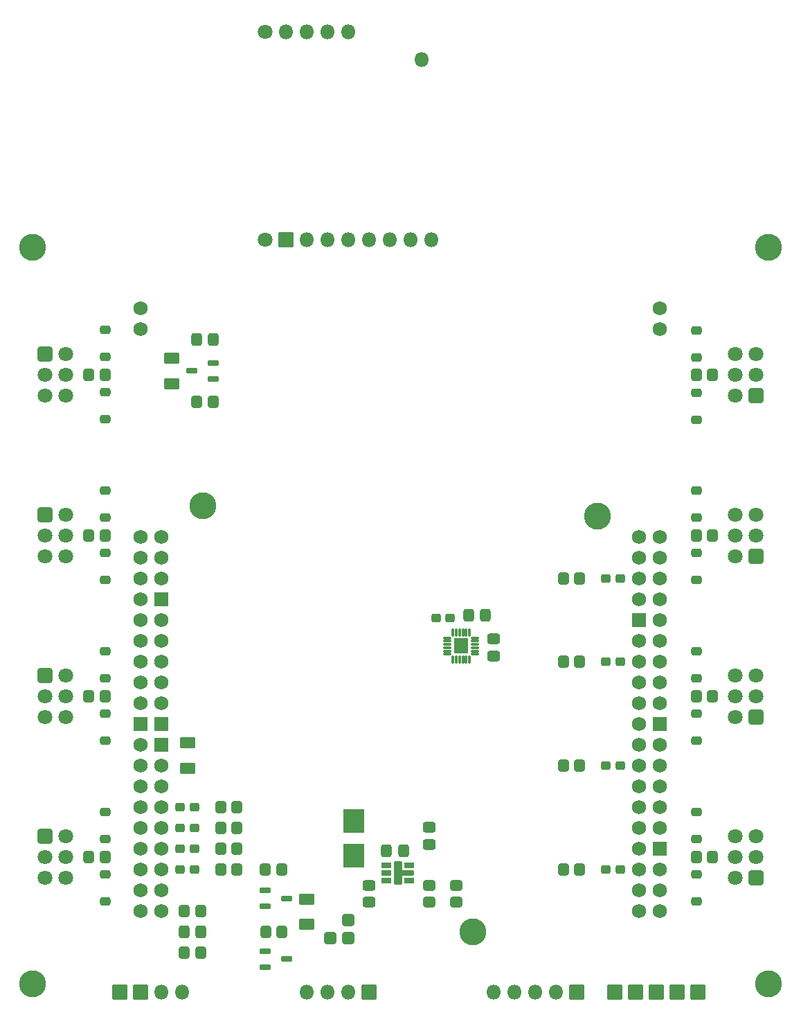
<source format=gbs>
%TF.GenerationSoftware,KiCad,Pcbnew,9.0.3*%
%TF.CreationDate,2025-08-17T09:54:27-06:00*%
%TF.ProjectId,Hub,4875622e-6b69-4636-9164-5f7063625858,A*%
%TF.SameCoordinates,PX2aa5f80PY908ed60*%
%TF.FileFunction,Soldermask,Bot*%
%TF.FilePolarity,Negative*%
%FSLAX46Y46*%
G04 Gerber Fmt 4.6, Leading zero omitted, Abs format (unit mm)*
G04 Created by KiCad (PCBNEW 9.0.3) date 2025-08-17 09:54:27*
%MOMM*%
%LPD*%
G01*
G04 APERTURE LIST*
G04 Aperture macros list*
%AMRoundRect*
0 Rectangle with rounded corners*
0 $1 Rounding radius*
0 $2 $3 $4 $5 $6 $7 $8 $9 X,Y pos of 4 corners*
0 Add a 4 corners polygon primitive as box body*
4,1,4,$2,$3,$4,$5,$6,$7,$8,$9,$2,$3,0*
0 Add four circle primitives for the rounded corners*
1,1,$1+$1,$2,$3*
1,1,$1+$1,$4,$5*
1,1,$1+$1,$6,$7*
1,1,$1+$1,$8,$9*
0 Add four rect primitives between the rounded corners*
20,1,$1+$1,$2,$3,$4,$5,0*
20,1,$1+$1,$4,$5,$6,$7,0*
20,1,$1+$1,$6,$7,$8,$9,0*
20,1,$1+$1,$8,$9,$2,$3,0*%
G04 Aperture macros list end*
%ADD10RoundRect,0.264706X0.635294X0.635294X-0.635294X0.635294X-0.635294X-0.635294X0.635294X-0.635294X0*%
%ADD11C,1.800000*%
%ADD12RoundRect,0.050000X-0.850000X0.850000X-0.850000X-0.850000X0.850000X-0.850000X0.850000X0.850000X0*%
%ADD13O,1.800000X1.800000*%
%ADD14C,3.300000*%
%ADD15RoundRect,0.264706X-0.635294X-0.635294X0.635294X-0.635294X0.635294X0.635294X-0.635294X0.635294X0*%
%ADD16C,1.728000*%
%ADD17RoundRect,0.102000X-0.762000X-0.762000X0.762000X-0.762000X0.762000X0.762000X-0.762000X0.762000X0*%
%ADD18RoundRect,0.050000X0.850000X-0.850000X0.850000X0.850000X-0.850000X0.850000X-0.850000X-0.850000X0*%
%ADD19RoundRect,0.250000X-0.400000X0.250000X-0.400000X-0.250000X0.400000X-0.250000X0.400000X0.250000X0*%
%ADD20RoundRect,0.271277X-0.503723X0.366223X-0.503723X-0.366223X0.503723X-0.366223X0.503723X0.366223X0*%
%ADD21RoundRect,0.262500X0.325000X0.262500X-0.325000X0.262500X-0.325000X-0.262500X0.325000X-0.262500X0*%
%ADD22RoundRect,0.270833X-0.379167X-0.479167X0.379167X-0.479167X0.379167X0.479167X-0.379167X0.479167X0*%
%ADD23RoundRect,0.271277X0.366223X0.503723X-0.366223X0.503723X-0.366223X-0.503723X0.366223X-0.503723X0*%
%ADD24RoundRect,0.268868X0.681132X-0.443632X0.681132X0.443632X-0.681132X0.443632X-0.681132X-0.443632X0*%
%ADD25RoundRect,0.270833X0.379167X0.479167X-0.379167X0.479167X-0.379167X-0.479167X0.379167X-0.479167X0*%
%ADD26RoundRect,0.187500X-0.472500X-0.187500X0.472500X-0.187500X0.472500X0.187500X-0.472500X0.187500X0*%
%ADD27RoundRect,0.271277X-0.366223X-0.503723X0.366223X-0.503723X0.366223X0.503723X-0.366223X0.503723X0*%
%ADD28RoundRect,0.187500X0.472500X0.187500X-0.472500X0.187500X-0.472500X-0.187500X0.472500X-0.187500X0*%
%ADD29RoundRect,0.050000X0.576550X0.264903X-0.576550X0.264903X-0.576550X-0.264903X0.576550X-0.264903X0*%
%ADD30RoundRect,0.050000X0.776550X0.264903X-0.776550X0.264903X-0.776550X-0.264903X0.776550X-0.264903X0*%
%ADD31RoundRect,0.275000X0.275000X-1.175000X0.275000X1.175000X-0.275000X1.175000X-0.275000X-1.175000X0*%
%ADD32RoundRect,0.050000X0.576550X0.257452X-0.576550X0.257452X-0.576550X-0.257452X0.576550X-0.257452X0*%
%ADD33RoundRect,0.312500X0.437500X0.437500X-0.437500X0.437500X-0.437500X-0.437500X0.437500X-0.437500X0*%
%ADD34RoundRect,0.312500X0.437500X-0.437500X0.437500X0.437500X-0.437500X0.437500X-0.437500X-0.437500X0*%
%ADD35RoundRect,0.270833X0.479167X-0.379167X0.479167X0.379167X-0.479167X0.379167X-0.479167X-0.379167X0*%
%ADD36RoundRect,0.262500X-0.325000X-0.262500X0.325000X-0.262500X0.325000X0.262500X-0.325000X0.262500X0*%
%ADD37RoundRect,0.050000X1.219200X-1.403350X1.219200X1.403350X-1.219200X1.403350X-1.219200X-1.403350X0*%
%ADD38RoundRect,0.270833X-0.479167X0.379167X-0.479167X-0.379167X0.479167X-0.379167X0.479167X0.379167X0*%
%ADD39RoundRect,0.040200X-0.457600X-0.120600X0.457600X-0.120600X0.457600X0.120600X-0.457600X0.120600X0*%
%ADD40RoundRect,0.040200X-0.120600X-0.457600X0.120600X-0.457600X0.120600X0.457600X-0.120600X0.457600X0*%
%ADD41RoundRect,0.076200X-0.770000X-0.850000X0.770000X-0.850000X0.770000X0.850000X-0.770000X0.850000X0*%
G04 APERTURE END LIST*
D10*
%TO.C,J11*%
X93500000Y57273333D03*
D11*
X90960000Y57273333D03*
X93500000Y59813333D03*
X90960000Y59813333D03*
X93500000Y62353333D03*
X90960000Y62353333D03*
%TD*%
D10*
%TO.C,J12*%
X93500000Y37636667D03*
D11*
X90960000Y37636667D03*
X93500000Y40176667D03*
X90960000Y40176667D03*
X93500000Y42716667D03*
X90960000Y42716667D03*
%TD*%
D12*
%TO.C,J4*%
X71560000Y4000000D03*
D13*
X69020000Y4000000D03*
X66480000Y4000000D03*
X63940000Y4000000D03*
X61400000Y4000000D03*
%TD*%
D14*
%TO.C,H3*%
X95000000Y95000000D03*
%TD*%
D15*
%TO.C,J8*%
X6500000Y42726667D03*
D11*
X9040000Y42726667D03*
X6500000Y40186667D03*
X9040000Y40186667D03*
X6500000Y37646667D03*
X9040000Y37646667D03*
%TD*%
D14*
%TO.C,H4*%
X95000000Y5000000D03*
%TD*%
D10*
%TO.C,J10*%
X93500000Y76910000D03*
D11*
X90960000Y76910000D03*
X93500000Y79450000D03*
X90960000Y79450000D03*
X93500000Y81990000D03*
X90960000Y81990000D03*
%TD*%
D15*
%TO.C,J6*%
X6500000Y82000000D03*
D11*
X9040000Y82000000D03*
X6500000Y79460000D03*
X9040000Y79460000D03*
X6500000Y76920000D03*
X9040000Y76920000D03*
%TD*%
D12*
%TO.C,J5*%
X86360000Y4000000D03*
X83820000Y4000000D03*
X81280000Y4000000D03*
X78740000Y4000000D03*
X76200000Y4000000D03*
%TD*%
D14*
%TO.C,H1*%
X5000000Y5000000D03*
%TD*%
D12*
%TO.C,J3*%
X46150000Y4000000D03*
D13*
X43610000Y4000000D03*
X41070000Y4000000D03*
X38530000Y4000000D03*
%TD*%
D14*
%TO.C,H2*%
X5000000Y95000000D03*
%TD*%
%TO.C,U1*%
X25840000Y63420000D03*
X58860000Y11350000D03*
X74100000Y62150000D03*
D16*
X18220000Y59610000D03*
X20760000Y59610000D03*
X18220000Y57070000D03*
X20760000Y57070000D03*
X18220000Y54530000D03*
X20760000Y54530000D03*
X18220000Y51990000D03*
D17*
X20760000Y51990000D03*
D16*
X18220000Y49450000D03*
X20760000Y49450000D03*
X18220000Y46910000D03*
X20760000Y46910000D03*
X18220000Y44370000D03*
X20760000Y44370000D03*
X18220000Y41830000D03*
X20760000Y41830000D03*
X18220000Y39290000D03*
X20760000Y39290000D03*
D17*
X18220000Y36750000D03*
X20760000Y36750000D03*
D16*
X18220000Y34210000D03*
D17*
X20760000Y34210000D03*
D16*
X18220000Y31670000D03*
X20760000Y31670000D03*
X18220000Y29130000D03*
X20760000Y29130000D03*
X18220000Y26590000D03*
X20760000Y26590000D03*
X18220000Y24050000D03*
X20760000Y24050000D03*
X18220000Y21510000D03*
X20760000Y21510000D03*
X18220000Y18970000D03*
X20760000Y18970000D03*
X18220000Y16430000D03*
X20760000Y16430000D03*
X18220000Y13890000D03*
X20760000Y13890000D03*
X79180000Y59610000D03*
X81720000Y59610000D03*
X79180000Y57070000D03*
X81720000Y57070000D03*
X79180000Y54530000D03*
X81720000Y54530000D03*
X79180000Y51990000D03*
X81720000Y51990000D03*
D17*
X79180000Y49450000D03*
D16*
X81720000Y49450000D03*
X79180000Y46910000D03*
X81720000Y46910000D03*
X79180000Y44370000D03*
X81720000Y44370000D03*
X79180000Y41830000D03*
X81720000Y41830000D03*
X79180000Y39290000D03*
X81720000Y39290000D03*
X79180000Y36750000D03*
D17*
X81720000Y36750000D03*
D16*
X79180000Y34210000D03*
X81720000Y34210000D03*
X79180000Y31670000D03*
X81720000Y31670000D03*
X79180000Y29130000D03*
X81720000Y29130000D03*
X79180000Y26590000D03*
X81720000Y26590000D03*
X79180000Y24050000D03*
X81720000Y24050000D03*
X79180000Y21510000D03*
D17*
X81720000Y21510000D03*
D16*
X79180000Y18970000D03*
X81720000Y18970000D03*
X79180000Y16430000D03*
X81720000Y16430000D03*
X79180000Y13890000D03*
X81720000Y13890000D03*
X81720000Y87550000D03*
X81720000Y85010000D03*
X18220000Y87550000D03*
X18220000Y85010000D03*
%TD*%
D10*
%TO.C,J13*%
X93500000Y18000000D03*
D11*
X90960000Y18000000D03*
X93500000Y20540000D03*
X90960000Y20540000D03*
X93500000Y23080000D03*
X90960000Y23080000D03*
%TD*%
%TO.C,U4*%
X33460000Y96000000D03*
D18*
X36000000Y96000000D03*
D13*
X38540000Y96000000D03*
X41080000Y96000000D03*
X43620000Y96000000D03*
X46160000Y96000000D03*
X48700000Y96000000D03*
X51240000Y96000000D03*
X53780000Y96000000D03*
D11*
X33460000Y121400000D03*
D13*
X36000000Y121400000D03*
X38540000Y121400000D03*
X41080000Y121400000D03*
X43620000Y121400000D03*
X52560800Y117945600D03*
%TD*%
D15*
%TO.C,J7*%
X6500000Y62363333D03*
D11*
X9040000Y62363333D03*
X6500000Y59823333D03*
X9040000Y59823333D03*
X6500000Y57283333D03*
X9040000Y57283333D03*
%TD*%
D18*
%TO.C,J20*%
X15680000Y4000000D03*
X18220000Y4000000D03*
D13*
X20760000Y4000000D03*
X23300000Y4000000D03*
%TD*%
D15*
%TO.C,J9*%
X6500000Y23090000D03*
D11*
X9040000Y23090000D03*
X6500000Y20550000D03*
X9040000Y20550000D03*
X6500000Y18010000D03*
X9040000Y18010000D03*
%TD*%
D19*
%TO.C,D14*%
X86150000Y38016667D03*
X86150000Y34716667D03*
%TD*%
%TO.C,D6*%
X13850000Y38026667D03*
X13850000Y34726667D03*
%TD*%
%TO.C,D15*%
X86150000Y26000000D03*
X86150000Y22700000D03*
%TD*%
D20*
%TO.C,C4*%
X53541467Y24145398D03*
X53541467Y22070398D03*
%TD*%
D19*
%TO.C,D9*%
X86150000Y84910000D03*
X86150000Y81610000D03*
%TD*%
%TO.C,D8*%
X13850000Y18390000D03*
X13850000Y15090000D03*
%TD*%
D21*
%TO.C,C16*%
X76867500Y44370000D03*
X75142500Y44370000D03*
%TD*%
D22*
%TO.C,R20*%
X69925000Y54530000D03*
X71925000Y54530000D03*
%TD*%
D23*
%TO.C,C14*%
X60405500Y50054000D03*
X58330500Y50054000D03*
%TD*%
D24*
%TO.C,C1*%
X22012500Y78367500D03*
X22012500Y81492500D03*
%TD*%
D19*
%TO.C,D12*%
X86150000Y57653333D03*
X86150000Y54353333D03*
%TD*%
D25*
%TO.C,R13*%
X13850000Y40186667D03*
X11850000Y40186667D03*
%TD*%
D19*
%TO.C,D13*%
X86150000Y45636667D03*
X86150000Y42336667D03*
%TD*%
D22*
%TO.C,R22*%
X69925000Y44370000D03*
X71925000Y44370000D03*
%TD*%
%TO.C,R5*%
X33490000Y11350000D03*
X35490000Y11350000D03*
%TD*%
D26*
%TO.C,Q1*%
X33450000Y7098000D03*
X33450000Y8998000D03*
X36070000Y8048000D03*
%TD*%
D25*
%TO.C,R9*%
X25570000Y13890000D03*
X23570000Y13890000D03*
%TD*%
%TO.C,R18*%
X30015000Y18970000D03*
X28015000Y18970000D03*
%TD*%
D19*
%TO.C,D7*%
X13850000Y26010000D03*
X13850000Y22710000D03*
%TD*%
D25*
%TO.C,R15*%
X13850000Y20550000D03*
X11850000Y20550000D03*
%TD*%
%TO.C,R14*%
X30015000Y24050000D03*
X28015000Y24050000D03*
%TD*%
%TO.C,R12*%
X30015000Y26590000D03*
X28015000Y26590000D03*
%TD*%
D22*
%TO.C,R6*%
X23570000Y8810000D03*
X25570000Y8810000D03*
%TD*%
D20*
%TO.C,C10*%
X61400000Y47154500D03*
X61400000Y45079500D03*
%TD*%
D25*
%TO.C,R7*%
X35440000Y18970000D03*
X33440000Y18970000D03*
%TD*%
D22*
%TO.C,R24*%
X69925000Y31670000D03*
X71925000Y31670000D03*
%TD*%
D27*
%TO.C,C6*%
X23532500Y11350000D03*
X25607500Y11350000D03*
%TD*%
D28*
%TO.C,Q3*%
X27092500Y80880000D03*
X27092500Y78980000D03*
X24472500Y79930000D03*
%TD*%
D19*
%TO.C,D11*%
X86150000Y65273333D03*
X86150000Y61973333D03*
%TD*%
D29*
%TO.C,U2*%
X51038500Y19517501D03*
D30*
X50838500Y18567500D03*
D31*
X49661950Y18567500D03*
D32*
X51038500Y17610048D03*
D29*
X48285400Y17617499D03*
X48285400Y18567500D03*
X48285400Y19517501D03*
%TD*%
D19*
%TO.C,D10*%
X86150000Y77290000D03*
X86150000Y73990000D03*
%TD*%
%TO.C,D3*%
X13850000Y65283333D03*
X13850000Y61983333D03*
%TD*%
D24*
%TO.C,C5*%
X23935000Y31377500D03*
X23935000Y34502500D03*
%TD*%
D23*
%TO.C,C7*%
X27110000Y83740000D03*
X25035000Y83740000D03*
%TD*%
D20*
%TO.C,C2*%
X46116467Y17065000D03*
X46116467Y14990000D03*
%TD*%
D21*
%TO.C,C17*%
X76867500Y31670000D03*
X75142500Y31670000D03*
%TD*%
D33*
%TO.C,R1*%
X43610000Y10604000D03*
D34*
X43610000Y12804000D03*
D33*
X41410000Y10604000D03*
%TD*%
D22*
%TO.C,R23*%
X86150000Y20540000D03*
X88150000Y20540000D03*
%TD*%
D25*
%TO.C,R2*%
X13850000Y79460000D03*
X11850000Y79460000D03*
%TD*%
D35*
%TO.C,R3*%
X56828000Y15027500D03*
X56828000Y17027500D03*
%TD*%
D21*
%TO.C,C15*%
X76867500Y54530000D03*
X75142500Y54530000D03*
%TD*%
D26*
%TO.C,Q2*%
X33450000Y14530000D03*
X33450000Y16430000D03*
X36070000Y15480000D03*
%TD*%
D19*
%TO.C,D5*%
X13850000Y45646667D03*
X13850000Y42346667D03*
%TD*%
D36*
%TO.C,C9*%
X23072500Y24050000D03*
X24797500Y24050000D03*
%TD*%
D37*
%TO.C,L1*%
X44270467Y20655948D03*
X44270467Y24961248D03*
%TD*%
D36*
%TO.C,C13*%
X23072500Y18970000D03*
X24797500Y18970000D03*
%TD*%
D22*
%TO.C,R26*%
X69925000Y18970000D03*
X71925000Y18970000D03*
%TD*%
D19*
%TO.C,D1*%
X13850000Y84920000D03*
X13850000Y81620000D03*
%TD*%
D38*
%TO.C,R4*%
X53541467Y17027500D03*
X53541467Y15027500D03*
%TD*%
D25*
%TO.C,R16*%
X30015000Y21510000D03*
X28015000Y21510000D03*
%TD*%
%TO.C,R11*%
X13850000Y59823333D03*
X11850000Y59823333D03*
%TD*%
D22*
%TO.C,R19*%
X86150000Y59813333D03*
X88150000Y59813333D03*
%TD*%
D36*
%TO.C,C8*%
X23072500Y26590000D03*
X24797500Y26590000D03*
%TD*%
D24*
%TO.C,C19*%
X38530000Y12274444D03*
X38530000Y15399444D03*
%TD*%
D19*
%TO.C,D4*%
X13850000Y57663333D03*
X13850000Y54363333D03*
%TD*%
D25*
%TO.C,R8*%
X27102500Y76120000D03*
X25102500Y76120000D03*
%TD*%
D21*
%TO.C,C12*%
X56066000Y49772000D03*
X54341000Y49772000D03*
%TD*%
D22*
%TO.C,R21*%
X86150000Y40176667D03*
X88150000Y40176667D03*
%TD*%
D19*
%TO.C,D2*%
X13850000Y77300000D03*
X13850000Y74000000D03*
%TD*%
D22*
%TO.C,R17*%
X86150000Y79450000D03*
X88150000Y79450000D03*
%TD*%
D23*
%TO.C,C3*%
X50371350Y21306800D03*
X48296350Y21306800D03*
%TD*%
D19*
%TO.C,D16*%
X86150000Y18380000D03*
X86150000Y15080000D03*
%TD*%
D21*
%TO.C,C18*%
X76867500Y18970000D03*
X75142500Y18970000D03*
%TD*%
D39*
%TO.C,U3*%
X55748000Y45312000D03*
X55748000Y45712000D03*
X55748000Y46112000D03*
X55748000Y46512000D03*
X55748000Y46912000D03*
X55748000Y47312000D03*
D40*
X56420000Y47984000D03*
X56820000Y47984000D03*
X57220000Y47984000D03*
X57620000Y47984000D03*
X58020000Y47984000D03*
X58420000Y47984000D03*
D39*
X59092000Y47312000D03*
X59092000Y46912000D03*
X59092000Y46512000D03*
X59092000Y46112000D03*
X59092000Y45712000D03*
X59092000Y45312000D03*
D40*
X58420000Y44640000D03*
X58020000Y44640000D03*
X57620000Y44640000D03*
X57220000Y44640000D03*
X56820000Y44640000D03*
X56420000Y44640000D03*
D41*
X57420000Y46312000D03*
%TD*%
D36*
%TO.C,C11*%
X23072500Y21510000D03*
X24797500Y21510000D03*
%TD*%
M02*

</source>
